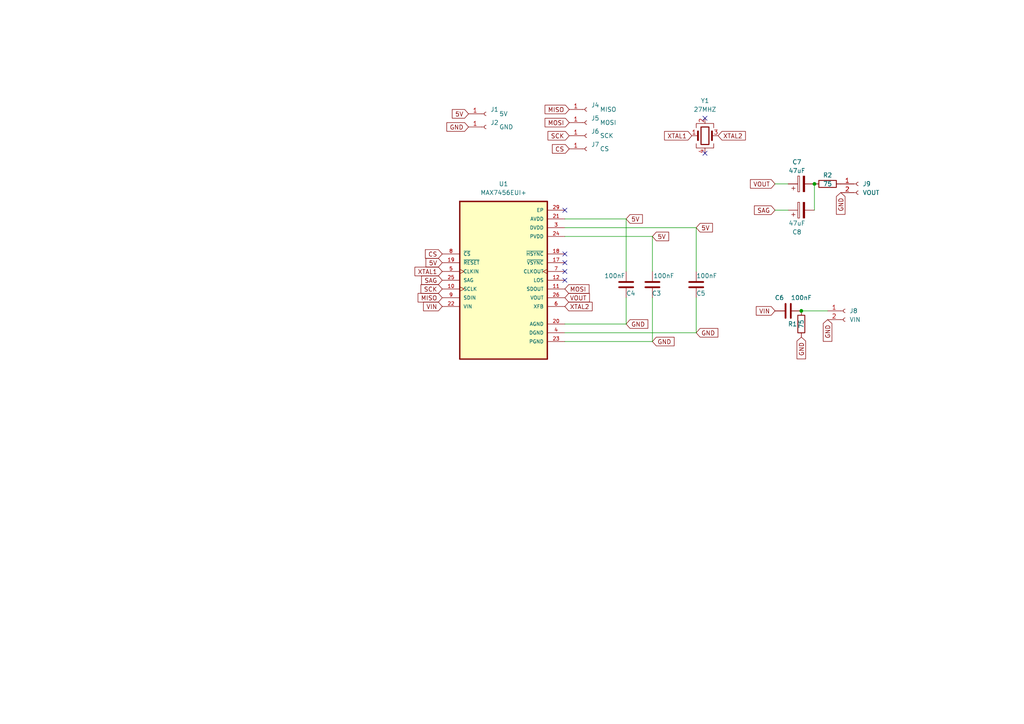
<source format=kicad_sch>
(kicad_sch (version 20230121) (generator eeschema)
  (paper "A4")
  (lib_symbols
    (symbol "Connector:Conn_01x01_Female" (pin_names (offset 1.016) hide)
      (property "Reference" "J" (at 0 2.54 0))
      (property "Value" "Conn_01x01_Female" (at 0 -2.54 0))
      (symbol "Conn_01x01_Female_1_1"
        (polyline (pts (xy -1.27 0) (xy -0.508 0)) (stroke (width 0.1524)))
        (arc (start 0 0.508) (mid -0.5058 0) (end 0 -0.508) (stroke (width 0.1524)))
        (pin passive line (at -5.08 0 0) (length 3.81) (name "Pin_1") (number "1"))
      )
    )
    (symbol "Connector:Conn_01x02_Female" (pin_names (offset 1.016) hide)
      (property "Reference" "J" (at 0 2.54 0))
      (property "Value" "Conn_01x02_Female" (at 0 -5.08 0))
      (symbol "Conn_01x02_Female_1_1"
        (arc (start 0 -2.032) (mid -0.5058 -2.54) (end 0 -3.048) (stroke (width 0.1524)))
        (polyline (pts (xy -1.27 -2.54) (xy -0.508 -2.54)) (stroke (width 0.1524)))
        (polyline (pts (xy -1.27 0) (xy -0.508 0)) (stroke (width 0.1524)))
        (arc (start 0 0.508) (mid -0.5058 0) (end 0 -0.508) (stroke (width 0.1524)))
        (pin passive line (at -5.08 0 0) (length 3.81) (name "Pin_1") (number "1"))
        (pin passive line (at -5.08 -2.54 0) (length 3.81) (name "Pin_2") (number "2"))
      )
    )
    (symbol "Device:C" (pin_numbers hide) (pin_names (offset 0.254))
      (property "Reference" "C" (at 0.635 2.54 0))
      (property "Value" "C" (at 0.635 -2.54 0))
      (symbol "C_0_1"
        (polyline (pts (xy -2.032 -0.762) (xy 2.032 -0.762)) (stroke (width 0.508)))
        (polyline (pts (xy -2.032 0.762) (xy 2.032 0.762)) (stroke (width 0.508)))
      )
      (symbol "C_1_1"
        (pin passive line (at 0 3.81 270) (length 2.794) (name "~") (number "1"))
        (pin passive line (at 0 -3.81 90) (length 2.794) (name "~") (number "2"))
      )
    )
    (symbol "Device:C_Polarized" (pin_numbers hide) (pin_names (offset 0.254))
      (property "Reference" "C" (at 0.635 2.54 0))
      (property "Value" "C_Polarized" (at 0.635 -2.54 0))
      (symbol "C_Polarized_0_1"
        (rectangle (start -2.286 0.508) (end 2.286 1.016))
        (polyline (pts (xy -1.778 2.286) (xy -0.762 2.286)))
        (polyline (pts (xy -1.27 2.794) (xy -1.27 1.778)))
        (rectangle (start 2.286 -0.508) (end -2.286 -1.016) (fill (type outline)))
      )
      (symbol "C_Polarized_1_1"
        (pin passive line (at 0 3.81 270) (length 2.794) (name "~") (number "1"))
        (pin passive line (at 0 -3.81 90) (length 2.794) (name "~") (number "2"))
      )
    )
    (symbol "Device:Crystal_GND24" (pin_names (offset 1.016) hide)
      (property "Reference" "Y" (at 3.175 5.08 0))
      (property "Value" "Crystal_GND24" (at 3.175 3.175 0))
      (symbol "Crystal_GND24_0_1"
        (rectangle (start -1.143 2.54) (end 1.143 -2.54) (stroke (width 0.3048)))
        (polyline (pts (xy -2.54 0) (xy -2.032 0)))
        (polyline (pts (xy -2.032 -1.27) (xy -2.032 1.27)) (stroke (width 0.508)))
        (polyline (pts (xy 0 -3.81) (xy 0 -3.556)))
        (polyline (pts (xy 0 3.556) (xy 0 3.81)))
        (polyline (pts (xy 2.032 -1.27) (xy 2.032 1.27)) (stroke (width 0.508)))
        (polyline (pts (xy 2.032 0) (xy 2.54 0)))
        (polyline (pts (xy -2.54 -2.286) (xy -2.54 -3.556) (xy 2.54 -3.556) (xy 2.54 -2.286)))
        (polyline (pts (xy -2.54 2.286) (xy -2.54 3.556) (xy 2.54 3.556) (xy 2.54 2.286)))
      )
      (symbol "Crystal_GND24_1_1"
        (pin passive line (at -3.81 0 0) (length 1.27) (name "1") (number "1"))
        (pin passive line (at 0 5.08 270) (length 1.27) (name "2") (number "2"))
        (pin passive line (at 3.81 0 180) (length 1.27) (name "3") (number "3"))
        (pin passive line (at 0 -5.08 90) (length 1.27) (name "4") (number "4"))
      )
    )
    (symbol "Device:R" (pin_numbers hide) (pin_names (offset 0))
      (property "Reference" "R" (at 2.032 0 90))
      (property "Value" "R" (at 0 0 90))
      (symbol "R_0_1"
        (rectangle (start -1.016 -2.54) (end 1.016 2.54) (stroke (width 0.254)))
      )
      (symbol "R_1_1"
        (pin passive line (at 0 3.81 270) (length 1.27) (name "~") (number "1"))
        (pin passive line (at 0 -3.81 90) (length 1.27) (name "~") (number "2"))
      )
    )
    (symbol "MAX7456EUI:MAX7456EUI+" (pin_names (offset 1.016))
      (property "Reference" "U" (at -12.7 23.8506 0))
      (property "Value" "MAX7456EUI+" (at -12.7 -26.8478 0))
      (symbol "MAX7456EUI+_0_0"
        (rectangle (start -12.7 -22.86) (end 12.7 22.86) (stroke (width 0.4064)) (fill (type background)))
        (pin input clock (at -17.78 -2.54 0) (length 5.08) (name "SCLK") (number "10"))
        (pin output line (at 17.78 -2.54 180) (length 5.08) (name "SDOUT") (number "11"))
        (pin output line (at 17.78 0 180) (length 5.08) (name "LOS") (number "12"))
        (pin output line (at 17.78 5.08 180) (length 5.08) (name "~{VSYNC}") (number "17"))
        (pin output line (at 17.78 7.62 180) (length 5.08) (name "~{HSYNC}") (number "18"))
        (pin input line (at -17.78 5.08 0) (length 5.08) (name "~{RESET}") (number "19"))
        (pin power_in line (at 17.78 -12.7 180) (length 5.08) (name "AGND") (number "20"))
        (pin power_in line (at 17.78 17.78 180) (length 5.08) (name "AVDD") (number "21"))
        (pin input line (at -17.78 -7.62 0) (length 5.08) (name "VIN") (number "22"))
        (pin power_in line (at 17.78 -17.78 180) (length 5.08) (name "PGND") (number "23"))
        (pin power_in line (at 17.78 12.7 180) (length 5.08) (name "PVDD") (number "24"))
        (pin input line (at -17.78 0 0) (length 5.08) (name "SAG") (number "25"))
        (pin output line (at 17.78 -5.08 180) (length 5.08) (name "VOUT") (number "26"))
        (pin power_in line (at 17.78 20.32 180) (length 5.08) (name "EP") (number "29"))
        (pin power_in line (at 17.78 15.24 180) (length 5.08) (name "DVDD") (number "3"))
        (pin power_in line (at 17.78 -15.24 180) (length 5.08) (name "DGND") (number "4"))
        (pin input clock (at -17.78 2.54 0) (length 5.08) (name "CLKIN") (number "5"))
        (pin output line (at 17.78 -7.62 180) (length 5.08) (name "XFB") (number "6"))
        (pin output clock (at 17.78 2.54 180) (length 5.08) (name "CLKOUT") (number "7"))
        (pin input line (at -17.78 7.62 0) (length 5.08) (name "~{CS}") (number "8"))
        (pin input line (at -17.78 -5.08 0) (length 5.08) (name "SDIN") (number "9"))
      )
    )
  )
  (junction (at 232.41 90.17))
  (junction (at 236.22 53.34))
  (no_connect (at 163.83 81.28))
  (no_connect (at 163.83 78.74))
  (no_connect (at 163.83 76.2))
  (no_connect (at 163.83 73.66))
  (no_connect (at 163.83 60.96))
  (no_connect (at 204.47 34.29))
  (no_connect (at 204.47 44.45))
  (wire (pts (xy 163.83 66.04) (xy 201.93 66.04)))
  (wire (pts (xy 163.83 68.58) (xy 189.23 68.58)))
  (wire (pts (xy 163.83 63.5) (xy 181.61 63.5)))
  (wire (pts (xy 201.93 66.04) (xy 201.93 78.74)))
  (wire (pts (xy 189.23 99.06) (xy 189.23 86.36)))
  (wire (pts (xy 236.22 53.34) (xy 236.22 60.96)))
  (wire (pts (xy 163.83 93.98) (xy 181.61 93.98)))
  (wire (pts (xy 224.79 53.34) (xy 228.6 53.34)))
  (wire (pts (xy 232.41 90.17) (xy 240.03 90.17)))
  (wire (pts (xy 163.83 96.52) (xy 201.93 96.52)))
  (wire (pts (xy 181.61 63.5) (xy 181.61 78.74)))
  (wire (pts (xy 163.83 99.06) (xy 189.23 99.06)))
  (wire (pts (xy 201.93 96.52) (xy 201.93 86.36)))
  (wire (pts (xy 181.61 93.98) (xy 181.61 86.36)))
  (wire (pts (xy 224.79 60.96) (xy 228.6 60.96)))
  (wire (pts (xy 189.23 78.74) (xy 189.23 68.58)))
  (global_label "MISO" (shape input) (at 165.1 31.75 180) (property "Intersheetrefs" "${INTERSHEET_REFS}" (effects hide)))
  (global_label "MOSI" (shape input) (at 163.83 83.82 0) (property "Intersheetrefs" "${INTERSHEET_REFS}" (effects hide)))
  (global_label "SCK" (shape input) (at 128.27 83.82 180) (property "Intersheetrefs" "${INTERSHEET_REFS}" (effects hide)))
  (global_label "CS" (shape input) (at 128.27 73.66 180) (property "Intersheetrefs" "${INTERSHEET_REFS}" (effects hide)))
  (global_label "CS" (shape input) (at 165.1 43.18 180) (property "Intersheetrefs" "${INTERSHEET_REFS}" (effects hide)))
  (global_label "5V" (shape input) (at 128.27 76.2 180) (property "Intersheetrefs" "${INTERSHEET_REFS}" (effects hide)))
  (global_label "GND" (shape input) (at 135.89 36.83 180) (property "Intersheetrefs" "${INTERSHEET_REFS}" (effects hide)))
  (global_label "5V" (shape input) (at 135.89 33.02 180) (property "Intersheetrefs" "${INTERSHEET_REFS}" (effects hide)))
  (global_label "5V" (shape input) (at 181.61 63.5 0) (property "Intersheetrefs" "${INTERSHEET_REFS}" (effects hide)))
  (global_label "GND" (shape input) (at 243.84 55.88 270) (property "Intersheetrefs" "${INTERSHEET_REFS}" (effects hide)))
  (global_label "SAG" (shape input) (at 128.27 81.28 180) (property "Intersheetrefs" "${INTERSHEET_REFS}" (effects hide)))
  (global_label "5V" (shape input) (at 189.23 68.58 0) (property "Intersheetrefs" "${INTERSHEET_REFS}" (effects hide)))
  (global_label "GND" (shape input) (at 181.61 93.98 0) (property "Intersheetrefs" "${INTERSHEET_REFS}" (effects hide)))
  (global_label "GND" (shape input) (at 232.41 97.79 270) (property "Intersheetrefs" "${INTERSHEET_REFS}" (effects hide)))
  (global_label "VIN" (shape input) (at 128.27 88.9 180) (property "Intersheetrefs" "${INTERSHEET_REFS}" (effects hide)))
  (global_label "VOUT" (shape input) (at 163.83 86.36 0) (property "Intersheetrefs" "${INTERSHEET_REFS}" (effects hide)))
  (global_label "XTAL1" (shape input) (at 128.27 78.74 180) (property "Intersheetrefs" "${INTERSHEET_REFS}" (effects hide)))
  (global_label "MISO" (shape input) (at 128.27 86.36 180) (property "Intersheetrefs" "${INTERSHEET_REFS}" (effects hide)))
  (global_label "GND" (shape input) (at 240.03 92.71 270) (property "Intersheetrefs" "${INTERSHEET_REFS}" (effects hide)))
  (global_label "VOUT" (shape input) (at 224.79 53.34 180) (property "Intersheetrefs" "${INTERSHEET_REFS}" (effects hide)))
  (global_label "MOSI" (shape input) (at 165.1 35.56 180) (property "Intersheetrefs" "${INTERSHEET_REFS}" (effects hide)))
  (global_label "XTAL1" (shape input) (at 200.66 39.37 180) (property "Intersheetrefs" "${INTERSHEET_REFS}" (effects hide)))
  (global_label "SCK" (shape input) (at 165.1 39.37 180) (property "Intersheetrefs" "${INTERSHEET_REFS}" (effects hide)))
  (global_label "5V" (shape input) (at 201.93 66.04 0) (property "Intersheetrefs" "${INTERSHEET_REFS}" (effects hide)))
  (global_label "XTAL2" (shape input) (at 208.28 39.37 0) (property "Intersheetrefs" "${INTERSHEET_REFS}" (effects hide)))
  (global_label "SAG" (shape input) (at 224.79 60.96 180) (property "Intersheetrefs" "${INTERSHEET_REFS}" (effects hide)))
  (global_label "GND" (shape input) (at 189.23 99.06 0) (property "Intersheetrefs" "${INTERSHEET_REFS}" (effects hide)))
  (global_label "VIN" (shape input) (at 224.79 90.17 180) (property "Intersheetrefs" "${INTERSHEET_REFS}" (effects hide)))
  (global_label "GND" (shape input) (at 201.93 96.52 0) (property "Intersheetrefs" "${INTERSHEET_REFS}" (effects hide)))
  (global_label "XTAL2" (shape input) (at 163.83 88.9 0) (property "Intersheetrefs" "${INTERSHEET_REFS}" (effects hide)))
  (symbol (lib_id "Device:C") (at 181.61 82.55 0) (unit 1)
    (property "Reference" "C4" (at 181.61 85.09 0) (effects (justify left)))
    (property "Value" "100nF" (at 175.26 80.01 0) (effects (justify left)))
    (property "Footprint" "Capacitor_SMD:C_0805_2012Metric_Pad1.18x1.45mm_HandSolder" (effects hide))
  )
  (symbol (lib_id "Connector:Conn_01x02_Female") (at 245.11 90.17 0) (unit 1)
    (property "Reference" "J8" (at 246.38 90.1699 0) (effects (justify left)))
    (property "Value" "VIN" (at 246.38 92.7099 0) (effects (justify left)))
    (property "Footprint" "Connector_PinHeader_2.54mm:PinHeader_1x02_P2.54mm_Vertical" (effects hide))
  )
  (symbol (lib_id "Device:R") (at 232.41 93.98 180) (unit 1)
    (property "Reference" "R1" (at 229.87 93.98 0))
    (property "Value" "75" (at 232.41 93.98 90))
    (property "Footprint" "Resistor_SMD:R_0805_2012Metric_Pad1.20x1.40mm_HandSolder" (effects hide))
  )
  (symbol (lib_id "MAX7456EUI:MAX7456EUI+") (at 146.05 81.28 0) (unit 1)
    (property "Reference" "U1" (at 146.05 53.34 0))
    (property "Value" "MAX7456EUI+" (at 146.05 55.88 0))
    (property "Footprint" "SOP65P637X110-28N" (effects hide))
  )
  (symbol (lib_id "Connector:Conn_01x01_Female") (at 170.18 43.18 0) (unit 1)
    (property "Reference" "J7" (at 171.45 41.9099 0) (effects (justify left)))
    (property "Value" "CS" (at 173.99 43.18 0) (effects (justify left)))
    (property "Footprint" "Connector_PinHeader_2.54mm:PinHeader_1x01_P2.54mm_Vertical" (effects hide))
  )
  (symbol (lib_id "Connector:Conn_01x01_Female") (at 140.97 33.02 0) (unit 1)
    (property "Reference" "J1" (at 142.24 31.7499 0) (effects (justify left)))
    (property "Value" "5V" (at 144.78 33.02 0) (effects (justify left)))
    (property "Footprint" "Connector_PinHeader_2.54mm:PinHeader_1x01_P2.54mm_Vertical" (effects hide))
  )
  (symbol (lib_id "Connector:Conn_01x01_Female") (at 140.97 36.83 0) (unit 1)
    (property "Reference" "J2" (at 142.24 35.5599 0) (effects (justify left)))
    (property "Value" "GND" (at 144.78 36.83 0) (effects (justify left)))
    (property "Footprint" "Connector_PinHeader_2.54mm:PinHeader_1x01_P2.54mm_Vertical" (effects hide))
  )
  (symbol (lib_id "Device:Crystal_GND24") (at 204.47 39.37 0) (unit 1)
    (property "Reference" "Y1" (at 204.47 29.21 0))
    (property "Value" "27MHZ" (at 204.47 31.75 0))
    (property "Footprint" "Crystal:Crystal_SMD_3225-4Pin_3.2x2.5mm_HandSoldering" (effects hide))
  )
  (symbol (lib_id "Device:C") (at 189.23 82.55 180) (unit 1)
    (property "Reference" "C3" (at 191.77 85.09 0) (effects (justify left)))
    (property "Value" "100nF" (at 195.58 80.01 0) (effects (justify left)))
    (property "Footprint" "Capacitor_SMD:C_0805_2012Metric_Pad1.18x1.45mm_HandSolder" (effects hide))
  )
  (symbol (lib_id "Device:C_Polarized") (at 232.41 60.96 90) (unit 1)
    (property "Reference" "C8" (at 231.14 67.31 90))
    (property "Value" "47uF" (at 231.14 64.77 90))
    (property "Footprint" "Capacitor_Tantalum_SMD:CP_EIA-3216-18_Kemet-A_Pad1.58x1.35mm_HandSolder" (effects hide))
  )
  (symbol (lib_id "Connector:Conn_01x02_Female") (at 248.92 53.34 0) (unit 1)
    (property "Reference" "J9" (at 250.19 53.3399 0) (effects (justify left)))
    (property "Value" "VOUT" (at 250.19 55.8799 0) (effects (justify left)))
    (property "Footprint" "Connector_PinHeader_2.54mm:PinHeader_1x02_P2.54mm_Vertical" (effects hide))
  )
  (symbol (lib_id "Connector:Conn_01x01_Female") (at 170.18 39.37 0) (unit 1)
    (property "Reference" "J6" (at 171.45 38.0999 0) (effects (justify left)))
    (property "Value" "SCK" (at 173.99 39.37 0) (effects (justify left)))
    (property "Footprint" "Connector_PinHeader_2.54mm:PinHeader_1x01_P2.54mm_Vertical" (effects hide))
  )
  (symbol (lib_id "Device:C") (at 201.93 82.55 0) (unit 1)
    (property "Reference" "C5" (at 201.93 85.09 0) (effects (justify left)))
    (property "Value" "100nF" (at 201.93 80.01 0) (effects (justify left)))
    (property "Footprint" "Capacitor_SMD:C_0805_2012Metric_Pad1.18x1.45mm_HandSolder" (effects hide))
  )
  (symbol (lib_id "Device:C_Polarized") (at 232.41 53.34 90) (unit 1)
    (property "Reference" "C7" (at 231.14 46.99 90))
    (property "Value" "47uF" (at 231.14 49.53 90))
    (property "Footprint" "Capacitor_Tantalum_SMD:CP_EIA-3216-18_Kemet-A_Pad1.58x1.35mm_HandSolder" (effects hide))
  )
  (symbol (lib_id "Connector:Conn_01x01_Female") (at 170.18 35.56 0) (unit 1)
    (property "Reference" "J5" (at 171.45 34.2899 0) (effects (justify left)))
    (property "Value" "MOSI" (at 173.99 35.56 0) (effects (justify left)))
    (property "Footprint" "Connector_PinHeader_2.54mm:PinHeader_1x01_P2.54mm_Vertical" (effects hide))
  )
  (symbol (lib_id "Connector:Conn_01x01_Female") (at 170.18 31.75 0) (unit 1)
    (property "Reference" "J4" (at 171.45 30.4799 0) (effects (justify left)))
    (property "Value" "MISO" (at 173.99 31.75 0) (effects (justify left)))
    (property "Footprint" "Connector_PinHeader_2.54mm:PinHeader_1x01_P2.54mm_Vertical" (effects hide))
  )
  (symbol (lib_id "Device:C") (at 228.6 90.17 90) (unit 1)
    (property "Reference" "C6" (at 226.06 86.36 90))
    (property "Value" "100nF" (at 232.41 86.36 90))
    (property "Footprint" "Capacitor_SMD:C_0805_2012Metric_Pad1.18x1.45mm_HandSolder" (effects hide))
  )
  (symbol (lib_id "Device:R") (at 240.03 53.34 90) (unit 1)
    (property "Reference" "R2" (at 240.03 50.8 90))
    (property "Value" "75" (at 240.03 53.34 90))
    (property "Footprint" "Resistor_SMD:R_0805_2012Metric_Pad1.20x1.40mm_HandSolder" (effects hide))
  )
)
</source>
